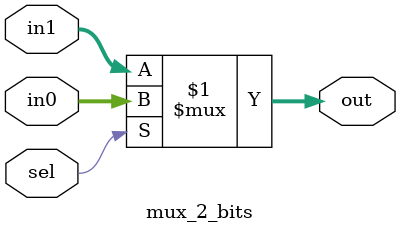
<source format=v>
`timescale 1ns / 1ps
module mux_2_bits(in0,in1,sel,out);
input [1:0]in0,in1;
input sel;
output [1:0]out;
assign out=sel? in0:in1;
endmodule

</source>
